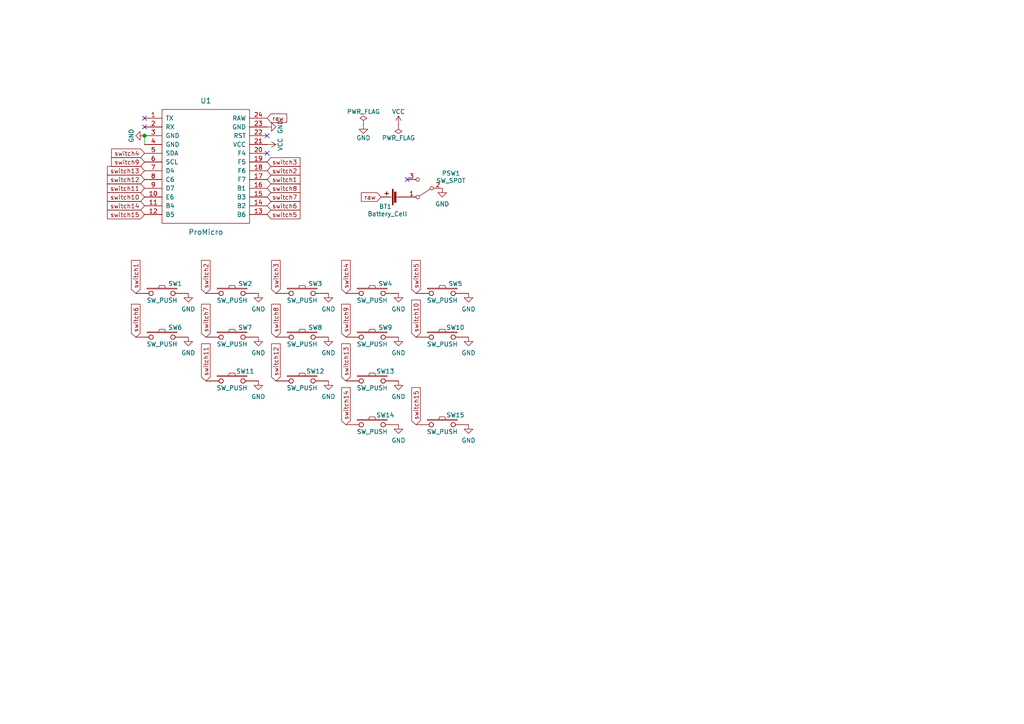
<source format=kicad_sch>
(kicad_sch (version 20210621) (generator eeschema)
  (paper "A4")
  (title_block (title "Flea") (date "2021-09-20") (rev "0.1") (company "jmnw"))
  (lib_symbols
    (symbol "Device:Battery_Cell" (pin_numbers hide) (pin_names (offset 0) hide)
      (property "Reference" "BT" (at 2.54 2.54 0))
      (property "Value" "Battery_Cell" (at 2.54 0 0))
      (symbol "Battery_Cell_0_1"
        (rectangle (start -2.286 1.778) (end 2.286 1.524) (fill (type outline)))
        (rectangle (start -1.5748 1.1938) (end 1.4732 0.6858) (fill (type outline)))
        (polyline (pts (xy 0 0.762) (xy 0 0)))
        (polyline (pts (xy 0 1.778) (xy 0 2.54)))
        (polyline (pts (xy 0.508 3.429) (xy 1.524 3.429)) (stroke (width 0.254)))
        (polyline (pts (xy 1.016 3.937) (xy 1.016 2.921)) (stroke (width 0.254)))
      )
      (symbol "Battery_Cell_1_1"
        (pin passive line (at 0 5.08 270) (length 2.54) (name "+") (number "1"))
        (pin passive line (at 0 -2.54 90) (length 2.54) (name "-") (number "2"))
      )
    )
    (symbol "Switch:SW_SPDT" (pin_names (offset 0) hide)
      (property "Reference" "SW" (at 0 4.318 0))
      (property "Value" "SW_SPDT" (at 0 -5.08 0))
      (symbol "SW_SPDT_0_0"
        (circle (center -2.032 0) (radius 0.508))
        (circle (center 2.032 -2.54) (radius 0.508))
      )
      (symbol "SW_SPDT_0_1"
        (circle (center 2.032 2.54) (radius 0.508))
        (polyline (pts (xy -1.524 0.254) (xy 1.651 2.286)))
      )
      (symbol "SW_SPDT_1_1"
        (pin passive line (at 5.08 2.54 180) (length 2.54) (name "A") (number "1"))
        (pin passive line (at -5.08 0 0) (length 2.54) (name "B") (number "2"))
        (pin passive line (at 5.08 -2.54 180) (length 2.54) (name "C") (number "3"))
      )
    )
    (symbol "bugs:ProMicro-kbd" (pin_names (offset 1.016))
      (property "Reference" "U" (at 0 24.13 0))
      (property "Value" "ProMicro-kbd" (at 0 -13.97 0))
      (symbol "ProMicro-kbd_0_1"
        (rectangle (start -12.7 21.59) (end 12.7 -11.43))
      )
      (symbol "ProMicro-kbd_1_1"
        (pin bidirectional line (at -17.78 19.05 0) (length 5.08) (name "TX") (number "1"))
        (pin bidirectional line (at -17.78 -3.81 0) (length 5.08) (name "E6") (number "10"))
        (pin bidirectional line (at -17.78 -6.35 0) (length 5.08) (name "B4") (number "11"))
        (pin bidirectional line (at -17.78 -8.89 0) (length 5.08) (name "B5") (number "12"))
        (pin bidirectional line (at 17.78 -8.89 180) (length 5.08) (name "B6") (number "13"))
        (pin bidirectional line (at 17.78 -6.35 180) (length 5.08) (name "B2") (number "14"))
        (pin bidirectional line (at 17.78 -3.81 180) (length 5.08) (name "B3") (number "15"))
        (pin bidirectional line (at 17.78 -1.27 180) (length 5.08) (name "B1") (number "16"))
        (pin bidirectional line (at 17.78 1.27 180) (length 5.08) (name "F7") (number "17"))
        (pin bidirectional line (at 17.78 3.81 180) (length 5.08) (name "F6") (number "18"))
        (pin bidirectional line (at 17.78 6.35 180) (length 5.08) (name "F5") (number "19"))
        (pin bidirectional line (at -17.78 16.51 0) (length 5.08) (name "RX") (number "2"))
        (pin bidirectional line (at 17.78 8.89 180) (length 5.08) (name "F4") (number "20"))
        (pin power_in line (at 17.78 11.43 180) (length 5.08) (name "VCC") (number "21"))
        (pin input line (at 17.78 13.97 180) (length 5.08) (name "RST") (number "22"))
        (pin power_in line (at 17.78 16.51 180) (length 5.08) (name "GND") (number "23"))
        (pin power_out line (at 17.78 19.05 180) (length 5.08) (name "RAW") (number "24"))
        (pin power_in line (at -17.78 13.97 0) (length 5.08) (name "GND") (number "3"))
        (pin power_in line (at -17.78 11.43 0) (length 5.08) (name "GND") (number "4"))
        (pin bidirectional line (at -17.78 8.89 0) (length 5.08) (name "SDA") (number "5"))
        (pin bidirectional line (at -17.78 6.35 0) (length 5.08) (name "SCL") (number "6"))
        (pin bidirectional line (at -17.78 3.81 0) (length 5.08) (name "D4") (number "7"))
        (pin bidirectional line (at -17.78 1.27 0) (length 5.08) (name "C6") (number "8"))
        (pin bidirectional line (at -17.78 -1.27 0) (length 5.08) (name "D7") (number "9"))
      )
    )
    (symbol "bugs:SW_PUSH-kbd" (pin_numbers hide) (pin_names (offset 1.016) hide)
      (property "Reference" "SW" (at 3.81 2.794 0))
      (property "Value" "SW_PUSH-kbd" (at 0 -2.032 0))
      (symbol "SW_PUSH-kbd_0_1"
        (rectangle (start -4.318 1.27) (end 4.318 1.524))
        (polyline (pts (xy -1.016 1.524) (xy -0.762 2.286) (xy 0.762 2.286) (xy 1.016 1.524)))
        (pin passive inverted (at -7.62 0 0) (length 5.08) (name "1") (number "1"))
        (pin passive inverted (at 7.62 0 180) (length 5.08) (name "2") (number "2"))
      )
    )
    (symbol "knott:SW_PUSH-kbd" (pin_numbers hide) (pin_names (offset 1.016) hide)
      (property "Reference" "SW" (at 3.81 2.794 0))
      (property "Value" "SW_PUSH-kbd" (at 0 -2.032 0))
      (symbol "SW_PUSH-kbd_0_1"
        (rectangle (start -4.318 1.27) (end 4.318 1.524))
        (polyline (pts (xy -1.016 1.524) (xy -0.762 2.286) (xy 0.762 2.286) (xy 1.016 1.524)))
        (pin passive inverted (at -7.62 0 0) (length 5.08) (name "1") (number "1"))
        (pin passive inverted (at 7.62 0 180) (length 5.08) (name "2") (number "2"))
      )
    )
    (symbol "power:GND" (power) (pin_names (offset 0))
      (property "Value" "GND" (at 0 -3.81 0))
      (symbol "GND_0_1"
        (polyline (pts (xy 0 0) (xy 0 -1.27) (xy 1.27 -1.27) (xy 0 -2.54) (xy -1.27 -1.27) (xy 0 -1.27)))
      )
      (symbol "GND_1_1"
        (pin power_in line (at 0 0 270) (length 0) hide (name "GND") (number "1"))
      )
    )
    (symbol "power:PWR_FLAG" (power) (pin_numbers hide) (pin_names (offset 0) hide)
      (property "Value" "PWR_FLAG" (at 0 3.81 0))
      (symbol "PWR_FLAG_0_0"
        (pin power_out line (at 0 0 90) (length 0) (name "pwr") (number "1"))
      )
      (symbol "PWR_FLAG_0_1"
        (polyline (pts (xy 0 0) (xy 0 1.27) (xy -1.016 1.905) (xy 0 2.54) (xy 1.016 1.905) (xy 0 1.27)))
      )
    )
    (symbol "power:VCC" (power) (pin_names (offset 0))
      (property "Value" "VCC" (at 0 3.81 0))
      (symbol "VCC_0_1"
        (polyline (pts (xy -0.762 1.27) (xy 0 2.54)))
        (polyline (pts (xy 0 0) (xy 0 2.54)))
        (polyline (pts (xy 0 2.54) (xy 0.762 1.27)))
      )
      (symbol "VCC_1_1"
        (pin power_in line (at 0 0 90) (length 0) hide (name "VCC") (number "1"))
      )
    )
  )
  (junction (at 41.91 39.37) (diameter 1.016))
  (no_connect (at 41.91 34.29))
  (no_connect (at 41.91 36.83))
  (no_connect (at 77.47 39.37))
  (no_connect (at 77.47 44.45))
  (no_connect (at 118.11 52.07))
  (wire (pts (xy 41.91 39.37) (xy 41.91 41.91)))
  (global_label "switch1" (shape input) (at 39.37 85.09 90) (property "Intersheet References" "${INTERSHEET_REFS}" (effects hide)))
  (global_label "switch6" (shape input) (at 39.37 97.79 90) (property "Intersheet References" "${INTERSHEET_REFS}" (effects hide)))
  (global_label "switch4" (shape input) (at 41.91 44.45 180) (property "Intersheet References" "${INTERSHEET_REFS}" (effects hide)))
  (global_label "switch9" (shape input) (at 41.91 46.99 180) (property "Intersheet References" "${INTERSHEET_REFS}" (effects hide)))
  (global_label "switch13" (shape input) (at 41.91 49.53 180) (property "Intersheet References" "${INTERSHEET_REFS}" (effects hide)))
  (global_label "switch12" (shape input) (at 41.91 52.07 180) (property "Intersheet References" "${INTERSHEET_REFS}" (effects hide)))
  (global_label "switch11" (shape input) (at 41.91 54.61 180) (property "Intersheet References" "${INTERSHEET_REFS}" (effects hide)))
  (global_label "switch10" (shape input) (at 41.91 57.15 180) (property "Intersheet References" "${INTERSHEET_REFS}" (effects hide)))
  (global_label "switch14" (shape input) (at 41.91 59.69 180) (property "Intersheet References" "${INTERSHEET_REFS}" (effects hide)))
  (global_label "switch15" (shape input) (at 41.91 62.23 180) (property "Intersheet References" "${INTERSHEET_REFS}" (effects hide)))
  (global_label "switch2" (shape input) (at 59.69 85.09 90) (property "Intersheet References" "${INTERSHEET_REFS}" (effects hide)))
  (global_label "switch7" (shape input) (at 59.69 97.79 90) (property "Intersheet References" "${INTERSHEET_REFS}" (effects hide)))
  (global_label "switch11" (shape input) (at 59.69 110.49 90) (property "Intersheet References" "${INTERSHEET_REFS}" (effects hide)))
  (global_label "raw" (shape input) (at 77.47 34.29 0) (property "Intersheet References" "${INTERSHEET_REFS}" (effects hide)))
  (global_label "switch3" (shape input) (at 77.47 46.99 0) (property "Intersheet References" "${INTERSHEET_REFS}" (effects hide)))
  (global_label "switch2" (shape input) (at 77.47 49.53 0) (property "Intersheet References" "${INTERSHEET_REFS}" (effects hide)))
  (global_label "switch1" (shape input) (at 77.47 52.07 0) (property "Intersheet References" "${INTERSHEET_REFS}" (effects hide)))
  (global_label "switch8" (shape input) (at 77.47 54.61 0) (property "Intersheet References" "${INTERSHEET_REFS}" (effects hide)))
  (global_label "switch7" (shape input) (at 77.47 57.15 0) (property "Intersheet References" "${INTERSHEET_REFS}" (effects hide)))
  (global_label "switch6" (shape input) (at 77.47 59.69 0) (property "Intersheet References" "${INTERSHEET_REFS}" (effects hide)))
  (global_label "switch5" (shape input) (at 77.47 62.23 0) (property "Intersheet References" "${INTERSHEET_REFS}" (effects hide)))
  (global_label "switch3" (shape input) (at 80.01 85.09 90) (property "Intersheet References" "${INTERSHEET_REFS}" (effects hide)))
  (global_label "switch8" (shape input) (at 80.01 97.79 90) (property "Intersheet References" "${INTERSHEET_REFS}" (effects hide)))
  (global_label "switch12" (shape input) (at 80.01 110.49 90) (property "Intersheet References" "${INTERSHEET_REFS}" (effects hide)))
  (global_label "switch4" (shape input) (at 100.33 85.09 90) (property "Intersheet References" "${INTERSHEET_REFS}" (effects hide)))
  (global_label "switch9" (shape input) (at 100.33 97.79 90) (property "Intersheet References" "${INTERSHEET_REFS}" (effects hide)))
  (global_label "switch13" (shape input) (at 100.33 110.49 90) (property "Intersheet References" "${INTERSHEET_REFS}" (effects hide)))
  (global_label "switch14" (shape input) (at 100.33 123.19 90) (property "Intersheet References" "${INTERSHEET_REFS}" (effects hide)))
  (global_label "raw" (shape input) (at 110.49 57.15 180) (property "Intersheet References" "${INTERSHEET_REFS}" (effects hide)))
  (global_label "switch5" (shape input) (at 120.65 85.09 90) (property "Intersheet References" "${INTERSHEET_REFS}" (effects hide)))
  (global_label "switch10" (shape input) (at 120.65 97.79 90) (property "Intersheet References" "${INTERSHEET_REFS}" (effects hide)))
  (global_label "switch15" (shape input) (at 120.65 123.19 90) (property "Intersheet References" "${INTERSHEET_REFS}" (effects hide)))
  (symbol (lib_id "power:VCC") (at 77.47 41.91 270) (unit 1)
    (property "Reference" "#PWR023" (effects hide))
    (property "Value" "VCC" (at 81.28 41.91 0))
  )
  (symbol (lib_id "power:VCC") (at 115.57 36.195 0) (unit 1)
    (property "Reference" "#PWR04" (effects hide))
    (property "Value" "VCC" (at 115.57 32.385 0))
  )
  (symbol (lib_id "power:PWR_FLAG") (at 105.41 36.195 0) (unit 1)
    (property "Reference" "#FLG06" (effects hide))
    (property "Value" "PWR_FLAG" (at 105.41 32.385 0))
  )
  (symbol (lib_id "power:PWR_FLAG") (at 115.57 36.195 180) (unit 1)
    (property "Reference" "#FLG05" (effects hide))
    (property "Value" "PWR_FLAG" (at 115.57 40.005 0))
  )
  (symbol (lib_id "power:GND") (at 41.91 39.37 270) (unit 1)
    (property "Reference" "#PWR02" (effects hide))
    (property "Value" "GND" (at 38.1 39.37 0))
  )
  (symbol (lib_id "power:GND") (at 54.61 85.09 0) (unit 1)
    (property "Reference" "#PWR0105" (effects hide))
    (property "Value" "GND" (at 54.61 89.6526 0))
  )
  (symbol (lib_id "power:GND") (at 54.61 97.79 0) (unit 1)
    (property "Reference" "#PWR0107" (effects hide))
    (property "Value" "GND" (at 54.61 102.3526 0))
  )
  (symbol (lib_id "power:GND") (at 74.93 85.09 0) (unit 1)
    (property "Reference" "#PWR0104" (effects hide))
    (property "Value" "GND" (at 74.93 89.6526 0))
  )
  (symbol (lib_id "power:GND") (at 74.93 97.79 0) (unit 1)
    (property "Reference" "#PWR0103" (effects hide))
    (property "Value" "GND" (at 74.93 102.3526 0))
  )
  (symbol (lib_id "power:GND") (at 74.93 110.49 0) (unit 1)
    (property "Reference" "#PWR0102" (effects hide))
    (property "Value" "GND" (at 74.93 115.0526 0))
  )
  (symbol (lib_id "power:GND") (at 77.47 36.83 90) (unit 1)
    (property "Reference" "#PWR01" (effects hide))
    (property "Value" "GND" (at 81.28 36.83 0))
  )
  (symbol (lib_id "power:GND") (at 95.25 85.09 0) (unit 1)
    (property "Reference" "#PWR0114" (effects hide))
    (property "Value" "GND" (at 95.25 89.6526 0))
  )
  (symbol (lib_id "power:GND") (at 95.25 97.79 0) (unit 1)
    (property "Reference" "#PWR0117" (effects hide))
    (property "Value" "GND" (at 95.25 102.3526 0))
  )
  (symbol (lib_id "power:GND") (at 95.25 110.49 0) (unit 1)
    (property "Reference" "#PWR0116" (effects hide))
    (property "Value" "GND" (at 95.25 115.0526 0))
  )
  (symbol (lib_id "power:GND") (at 105.41 36.195 0) (unit 1)
    (property "Reference" "#PWR03" (effects hide))
    (property "Value" "GND" (at 105.41 40.005 0))
  )
  (symbol (lib_id "power:GND") (at 115.57 85.09 0) (unit 1)
    (property "Reference" "#PWR0108" (effects hide))
    (property "Value" "GND" (at 115.57 89.6526 0))
  )
  (symbol (lib_id "power:GND") (at 115.57 97.79 0) (unit 1)
    (property "Reference" "#PWR0109" (effects hide))
    (property "Value" "GND" (at 115.57 102.3526 0))
  )
  (symbol (lib_id "power:GND") (at 115.57 110.49 0) (unit 1)
    (property "Reference" "#PWR0115" (effects hide))
    (property "Value" "GND" (at 115.57 115.0526 0))
  )
  (symbol (lib_id "power:GND") (at 115.57 123.19 0) (unit 1)
    (property "Reference" "#PWR0112" (effects hide))
    (property "Value" "GND" (at 115.57 127.7526 0))
  )
  (symbol (lib_id "power:GND") (at 128.27 54.61 0) (unit 1)
    (property "Reference" "#PWR0101" (effects hide))
    (property "Value" "GND" (at 128.27 59.1726 0))
  )
  (symbol (lib_id "power:GND") (at 135.89 85.09 0) (unit 1)
    (property "Reference" "#PWR0110" (effects hide))
    (property "Value" "GND" (at 135.89 89.6526 0))
  )
  (symbol (lib_id "power:GND") (at 135.89 97.79 0) (unit 1)
    (property "Reference" "#PWR0111" (effects hide))
    (property "Value" "GND" (at 135.89 102.3526 0))
  )
  (symbol (lib_id "power:GND") (at 135.89 123.19 0) (unit 1)
    (property "Reference" "#PWR0113" (effects hide))
    (property "Value" "GND" (at 135.89 127.7526 0))
  )
  (symbol (lib_id "Device:Battery_Cell") (at 115.57 57.15 90) (unit 1)
    (property "Reference" "BT1" (at 111.76 59.9144 90))
    (property "Value" "Battery_Cell" (at 112.395 62.0545 90))
    (property "Footprint" "bugs:Battery_pads_reversible" (effects hide))
  )
  (symbol (lib_id "bugs:SW_PUSH-kbd") (at 46.99 85.09 0) (unit 1)
    (property "Reference" "SW1" (at 50.8 82.296 0))
    (property "Value" "SW_PUSH" (at 46.99 87.122 0))
    (property "Footprint" "bugs:Choc_reversible" (effects hide))
  )
  (symbol (lib_id "knott:SW_PUSH-kbd") (at 46.99 97.79 0) (unit 1)
    (property "Reference" "SW6" (at 50.8 94.996 0))
    (property "Value" "SW_PUSH" (at 46.99 99.822 0))
    (property "Footprint" "bugs:Choc_reversible" (effects hide))
  )
  (symbol (lib_id "knott:SW_PUSH-kbd") (at 67.31 85.09 0) (unit 1)
    (property "Reference" "SW2" (at 71.12 82.296 0))
    (property "Value" "SW_PUSH" (at 67.31 87.122 0))
    (property "Footprint" "bugs:Choc_reversible" (effects hide))
  )
  (symbol (lib_id "knott:SW_PUSH-kbd") (at 67.31 97.79 0) (unit 1)
    (property "Reference" "SW7" (at 71.12 94.996 0))
    (property "Value" "SW_PUSH" (at 67.31 99.822 0))
    (property "Footprint" "bugs:Choc_reversible" (effects hide))
  )
  (symbol (lib_id "knott:SW_PUSH-kbd") (at 67.31 110.49 0) (unit 1)
    (property "Reference" "SW11" (at 71.12 107.696 0))
    (property "Value" "SW_PUSH" (at 67.31 112.522 0))
    (property "Footprint" "bugs:Choc_reversible" (effects hide))
  )
  (symbol (lib_id "knott:SW_PUSH-kbd") (at 87.63 85.09 0) (unit 1)
    (property "Reference" "SW3" (at 91.44 82.296 0))
    (property "Value" "SW_PUSH" (at 87.63 87.122 0))
    (property "Footprint" "bugs:Choc_reversible" (effects hide))
  )
  (symbol (lib_id "knott:SW_PUSH-kbd") (at 87.63 97.79 0) (unit 1)
    (property "Reference" "SW8" (at 91.44 94.996 0))
    (property "Value" "SW_PUSH" (at 87.63 99.822 0))
    (property "Footprint" "bugs:Choc_reversible" (effects hide))
  )
  (symbol (lib_id "knott:SW_PUSH-kbd") (at 87.63 110.49 0) (unit 1)
    (property "Reference" "SW12" (at 91.44 107.696 0))
    (property "Value" "SW_PUSH" (at 87.63 112.522 0))
    (property "Footprint" "bugs:Choc_reversible" (effects hide))
  )
  (symbol (lib_id "knott:SW_PUSH-kbd") (at 107.95 85.09 0) (unit 1)
    (property "Reference" "SW4" (at 111.76 82.296 0))
    (property "Value" "SW_PUSH" (at 107.95 87.122 0))
    (property "Footprint" "bugs:Choc_reversible" (effects hide))
  )
  (symbol (lib_id "knott:SW_PUSH-kbd") (at 107.95 97.79 0) (unit 1)
    (property "Reference" "SW9" (at 111.76 94.996 0))
    (property "Value" "SW_PUSH" (at 107.95 99.822 0))
    (property "Footprint" "bugs:Choc_reversible" (effects hide))
  )
  (symbol (lib_id "knott:SW_PUSH-kbd") (at 107.95 110.49 0) (unit 1)
    (property "Reference" "SW13" (at 111.76 107.696 0))
    (property "Value" "SW_PUSH" (at 107.95 112.522 0))
    (property "Footprint" "bugs:Choc_reversible" (effects hide))
  )
  (symbol (lib_id "knott:SW_PUSH-kbd") (at 107.95 123.19 0) (unit 1)
    (property "Reference" "SW14" (at 111.76 120.396 0))
    (property "Value" "SW_PUSH" (at 107.95 125.222 0))
    (property "Footprint" "bugs:Choc_reversible" (effects hide))
  )
  (symbol (lib_id "knott:SW_PUSH-kbd") (at 128.27 85.09 0) (unit 1)
    (property "Reference" "SW5" (at 132.08 82.296 0))
    (property "Value" "SW_PUSH" (at 128.27 87.122 0))
    (property "Footprint" "bugs:Choc_reversible" (effects hide))
  )
  (symbol (lib_id "knott:SW_PUSH-kbd") (at 128.27 97.79 0) (unit 1)
    (property "Reference" "SW10" (at 132.08 94.996 0))
    (property "Value" "SW_PUSH" (at 128.27 99.822 0))
    (property "Footprint" "bugs:Choc_reversible" (effects hide))
  )
  (symbol (lib_id "knott:SW_PUSH-kbd") (at 128.27 123.19 0) (unit 1)
    (property "Reference" "SW15" (at 132.08 120.396 0))
    (property "Value" "SW_PUSH" (at 128.27 125.222 0))
    (property "Footprint" "bugs:Choc_reversible" (effects hide))
  )
  (symbol (lib_id "Switch:SW_SPDT") (at 123.19 54.61 180) (unit 1)
    (property "Reference" "PSW1" (at 130.81 50.2624 0))
    (property "Value" "SW_SPDT" (at 130.81 52.4025 0))
    (property "Footprint" "bugs:Power_reversible" (effects hide))
  )
  (symbol (lib_id "bugs:ProMicro-kbd") (at 59.69 53.34 0) (unit 1)
    (property "Reference" "U1" (at 59.69 29.21 0) (effects (font (size 1.524 1.524))))
    (property "Value" "ProMicro" (at 59.69 67.31 0) (effects (font (size 1.524 1.524))))
    (property "Footprint" "bugs:ProMicro_jumpers" (effects hide))
  )
)
</source>
